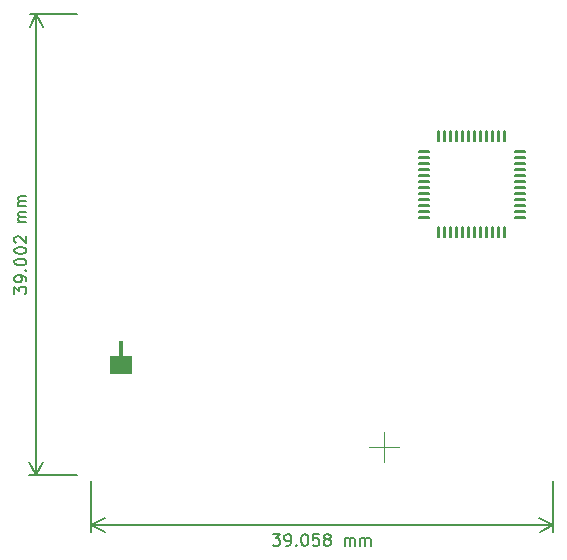
<source format=gbr>
G04 #@! TF.GenerationSoftware,KiCad,Pcbnew,5.1.7-a382d34a8~88~ubuntu18.04.1*
G04 #@! TF.CreationDate,2021-11-19T23:21:26+05:30*
G04 #@! TF.ProjectId,FrontEnd_HeavyDevice_v2,46726f6e-7445-46e6-945f-486561767944,rev?*
G04 #@! TF.SameCoordinates,Original*
G04 #@! TF.FileFunction,OtherDrawing,Comment*
%FSLAX46Y46*%
G04 Gerber Fmt 4.6, Leading zero omitted, Abs format (unit mm)*
G04 Created by KiCad (PCBNEW 5.1.7-a382d34a8~88~ubuntu18.04.1) date 2021-11-19 23:21:26*
%MOMM*%
%LPD*%
G01*
G04 APERTURE LIST*
%ADD10C,0.150000*%
%ADD11C,0.050000*%
%ADD12C,0.010000*%
G04 APERTURE END LIST*
D10*
X111401211Y-123869265D02*
X112020259Y-123869185D01*
X111686975Y-124250181D01*
X111829832Y-124250162D01*
X111925076Y-124297769D01*
X111972702Y-124345382D01*
X112020333Y-124440614D01*
X112020364Y-124678709D01*
X111972757Y-124773953D01*
X111925145Y-124821578D01*
X111829913Y-124869210D01*
X111544198Y-124869247D01*
X111448954Y-124821640D01*
X111401329Y-124774027D01*
X112496579Y-124869123D02*
X112687055Y-124869098D01*
X112782287Y-124821467D01*
X112829900Y-124773842D01*
X112925120Y-124630972D01*
X112972714Y-124440490D01*
X112972664Y-124059537D01*
X112925033Y-123964305D01*
X112877408Y-123916693D01*
X112782163Y-123869086D01*
X112591687Y-123869111D01*
X112496455Y-123916742D01*
X112448843Y-123964367D01*
X112401236Y-124059612D01*
X112401267Y-124297707D01*
X112448898Y-124392939D01*
X112496524Y-124440552D01*
X112591768Y-124488158D01*
X112782244Y-124488133D01*
X112877476Y-124440502D01*
X112925089Y-124392877D01*
X112972695Y-124297633D01*
X113401329Y-124773767D02*
X113448954Y-124821380D01*
X113401341Y-124869005D01*
X113353716Y-124821392D01*
X113401329Y-124773767D01*
X113401341Y-124869005D01*
X114067878Y-123868919D02*
X114163116Y-123868906D01*
X114258360Y-123916513D01*
X114305985Y-123964126D01*
X114353617Y-124059358D01*
X114401261Y-124249828D01*
X114401292Y-124487923D01*
X114353697Y-124678405D01*
X114306091Y-124773650D01*
X114258478Y-124821275D01*
X114163246Y-124868906D01*
X114068008Y-124868919D01*
X113972764Y-124821312D01*
X113925138Y-124773699D01*
X113877507Y-124678467D01*
X113829863Y-124487997D01*
X113829832Y-124249902D01*
X113877426Y-124059420D01*
X113925033Y-123964175D01*
X113972646Y-123916550D01*
X114067878Y-123868919D01*
X115305973Y-123868758D02*
X114829783Y-123868820D01*
X114782225Y-124345016D01*
X114829838Y-124297391D01*
X114925070Y-124249760D01*
X115163165Y-124249729D01*
X115258410Y-124297335D01*
X115306035Y-124344948D01*
X115353666Y-124440180D01*
X115353697Y-124678275D01*
X115306091Y-124773520D01*
X115258478Y-124821145D01*
X115163246Y-124868776D01*
X114925151Y-124868807D01*
X114829906Y-124821200D01*
X114782281Y-124773588D01*
X115925076Y-124297249D02*
X115829832Y-124249642D01*
X115782207Y-124202029D01*
X115734575Y-124106797D01*
X115734569Y-124059178D01*
X115782176Y-123963934D01*
X115829789Y-123916309D01*
X115925021Y-123868677D01*
X116115497Y-123868652D01*
X116210741Y-123916259D01*
X116258366Y-123963872D01*
X116305998Y-124059104D01*
X116306004Y-124106723D01*
X116258397Y-124201967D01*
X116210784Y-124249592D01*
X116115553Y-124297224D01*
X115925076Y-124297249D01*
X115829844Y-124344880D01*
X115782232Y-124392505D01*
X115734625Y-124487749D01*
X115734650Y-124678226D01*
X115782281Y-124773458D01*
X115829906Y-124821070D01*
X115925151Y-124868677D01*
X116115627Y-124868652D01*
X116210859Y-124821021D01*
X116258472Y-124773396D01*
X116306078Y-124678151D01*
X116306053Y-124487675D01*
X116258422Y-124392443D01*
X116210797Y-124344830D01*
X116115553Y-124297224D01*
X117496579Y-124868473D02*
X117496493Y-124201806D01*
X117496505Y-124297044D02*
X117544118Y-124249419D01*
X117639350Y-124201787D01*
X117782207Y-124201769D01*
X117877451Y-124249376D01*
X117925083Y-124344607D01*
X117925151Y-124868417D01*
X117925083Y-124344607D02*
X117972689Y-124249363D01*
X118067921Y-124201732D01*
X118210778Y-124201713D01*
X118306023Y-124249320D01*
X118353654Y-124344552D01*
X118353722Y-124868361D01*
X118829913Y-124868299D02*
X118829826Y-124201633D01*
X118829838Y-124296871D02*
X118877451Y-124249245D01*
X118972683Y-124201614D01*
X119115540Y-124201595D01*
X119210784Y-124249202D01*
X119258416Y-124344434D01*
X119258484Y-124868244D01*
X119258416Y-124344434D02*
X119306023Y-124249190D01*
X119401254Y-124201558D01*
X119544112Y-124201540D01*
X119639356Y-124249146D01*
X119686987Y-124344378D01*
X119687055Y-124868188D01*
X96062800Y-123118880D02*
X135120380Y-123113800D01*
X96062313Y-119377452D02*
X96062876Y-123705301D01*
X135119893Y-119372372D02*
X135120456Y-123700221D01*
X135120380Y-123113800D02*
X133993953Y-123700367D01*
X135120380Y-123113800D02*
X133993800Y-122527526D01*
X96062800Y-123118880D02*
X97189380Y-123705154D01*
X96062800Y-123118880D02*
X97189227Y-122532313D01*
X89535221Y-103549780D02*
X89535785Y-102930732D01*
X89916434Y-103264413D01*
X89916564Y-103121556D01*
X89964270Y-103026361D01*
X90011932Y-102978785D01*
X90107214Y-102931253D01*
X90345309Y-102931470D01*
X90440504Y-102979176D01*
X90488079Y-103026839D01*
X90535611Y-103122120D01*
X90535351Y-103407834D01*
X90487645Y-103503029D01*
X90439983Y-103550605D01*
X90536219Y-102455454D02*
X90536393Y-102264978D01*
X90488861Y-102169696D01*
X90441285Y-102122034D01*
X90298515Y-102026665D01*
X90108082Y-101978873D01*
X89727130Y-101978525D01*
X89631848Y-102026058D01*
X89584186Y-102073633D01*
X89536480Y-102168828D01*
X89536306Y-102359304D01*
X89583839Y-102454585D01*
X89631414Y-102502248D01*
X89726609Y-102549954D01*
X89964704Y-102550171D01*
X90059985Y-102502639D01*
X90107648Y-102455063D01*
X90155354Y-102359868D01*
X90155527Y-102169392D01*
X90107995Y-102074111D01*
X90060420Y-102026448D01*
X89965225Y-101978742D01*
X90441806Y-101550605D02*
X90489468Y-101503030D01*
X90537044Y-101550692D01*
X90489382Y-101598268D01*
X90441806Y-101550605D01*
X90537044Y-101550692D01*
X89537652Y-100883114D02*
X89537739Y-100787876D01*
X89585445Y-100692681D01*
X89633107Y-100645106D01*
X89728389Y-100597574D01*
X89918908Y-100550128D01*
X90157004Y-100550345D01*
X90347436Y-100598138D01*
X90442631Y-100645844D01*
X90490207Y-100693506D01*
X90537739Y-100788788D01*
X90537652Y-100884026D01*
X90489946Y-100979220D01*
X90442284Y-101026796D01*
X90347002Y-101074328D01*
X90156483Y-101121774D01*
X89918387Y-101121557D01*
X89727955Y-101073764D01*
X89632760Y-101026058D01*
X89585185Y-100978396D01*
X89537652Y-100883114D01*
X89538521Y-99930734D02*
X89538608Y-99835495D01*
X89586313Y-99740301D01*
X89633976Y-99692725D01*
X89729257Y-99645193D01*
X89919777Y-99597748D01*
X90157872Y-99597965D01*
X90348305Y-99645757D01*
X90443499Y-99693463D01*
X90491075Y-99741126D01*
X90538607Y-99836407D01*
X90538520Y-99931645D01*
X90490814Y-100026840D01*
X90443152Y-100074416D01*
X90347870Y-100121948D01*
X90157351Y-100169393D01*
X89919256Y-100169176D01*
X89728823Y-100121383D01*
X89633628Y-100073677D01*
X89586053Y-100026015D01*
X89538521Y-99930734D01*
X89634410Y-99216535D02*
X89586834Y-99168873D01*
X89539302Y-99073591D01*
X89539519Y-98835496D01*
X89587225Y-98740301D01*
X89634888Y-98692726D01*
X89730169Y-98645193D01*
X89825407Y-98645280D01*
X89968221Y-98693030D01*
X90539128Y-99264979D01*
X90539693Y-98645932D01*
X90540778Y-97455456D02*
X89874112Y-97454848D01*
X89969350Y-97454935D02*
X89921774Y-97407272D01*
X89874242Y-97311991D01*
X89874372Y-97169134D01*
X89922078Y-97073939D01*
X90017359Y-97026407D01*
X90541169Y-97026885D01*
X90017359Y-97026407D02*
X89922165Y-96978701D01*
X89874633Y-96883420D01*
X89874763Y-96740563D01*
X89922469Y-96645368D01*
X90017750Y-96597836D01*
X90541559Y-96598313D01*
X90541994Y-96122123D02*
X89875327Y-96121515D01*
X89970565Y-96121602D02*
X89922990Y-96073940D01*
X89875457Y-95978658D01*
X89875588Y-95835801D01*
X89923294Y-95740606D01*
X90018575Y-95693074D01*
X90542384Y-95693552D01*
X90018575Y-95693074D02*
X89923380Y-95645368D01*
X89875848Y-95550087D01*
X89875978Y-95407230D01*
X89923684Y-95312035D01*
X90018966Y-95264503D01*
X90542775Y-95264981D01*
X91368880Y-118861840D02*
X91404440Y-79860140D01*
X94833859Y-118864999D02*
X90782460Y-118861305D01*
X94869419Y-79863299D02*
X90818020Y-79859605D01*
X91404440Y-79860140D02*
X91989833Y-80987178D01*
X91404440Y-79860140D02*
X90816992Y-80986109D01*
X91368880Y-118861840D02*
X91956328Y-117735871D01*
X91368880Y-118861840D02*
X90783487Y-117734802D01*
D11*
X120792000Y-117780000D02*
X120792000Y-115240000D01*
X119522000Y-116510000D02*
X122062000Y-116510000D01*
D12*
G36*
X99424100Y-110270000D02*
G01*
X99424100Y-108780000D01*
X98684100Y-108780000D01*
X98684100Y-107530000D01*
X98374100Y-107530000D01*
X98374100Y-108780000D01*
X97634100Y-108780000D01*
X97634100Y-110270000D01*
X99424100Y-110270000D01*
G37*
X99424100Y-110270000D02*
X99424100Y-108780000D01*
X98684100Y-108780000D01*
X98684100Y-107530000D01*
X98374100Y-107530000D01*
X98374100Y-108780000D01*
X97634100Y-108780000D01*
X97634100Y-110270000D01*
X99424100Y-110270000D01*
G36*
X99424100Y-110270000D02*
G01*
X99424100Y-108780000D01*
X98684100Y-108780000D01*
X98684100Y-107530000D01*
X98374100Y-107530000D01*
X98374100Y-108780000D01*
X97634100Y-108780000D01*
X97634100Y-110270000D01*
X99424100Y-110270000D01*
G37*
X99424100Y-110270000D02*
X99424100Y-108780000D01*
X98684100Y-108780000D01*
X98684100Y-107530000D01*
X98374100Y-107530000D01*
X98374100Y-108780000D01*
X97634100Y-108780000D01*
X97634100Y-110270000D01*
X99424100Y-110270000D01*
D10*
X131879000Y-96490200D02*
X131879000Y-96570200D01*
X132729000Y-96570200D01*
X132729000Y-96490200D01*
X131879000Y-96490200D01*
X130994000Y-89755200D02*
X130994000Y-90605200D01*
X131074000Y-90605200D01*
X131074000Y-89755200D01*
X130994000Y-89755200D01*
X130486000Y-89755200D02*
X130486000Y-90605200D01*
X130566000Y-90605200D01*
X130566000Y-89755200D01*
X130486000Y-89755200D01*
X129978000Y-89755200D02*
X129978000Y-90605200D01*
X130058000Y-90605200D01*
X130058000Y-89755200D01*
X129978000Y-89755200D01*
X129470000Y-89755200D02*
X129470000Y-90605200D01*
X129550000Y-90605200D01*
X129550000Y-89755200D01*
X129470000Y-89755200D01*
X128962000Y-89755200D02*
X128962000Y-90605200D01*
X129042000Y-90605200D01*
X129042000Y-89755200D01*
X128962000Y-89755200D01*
X128454000Y-89755200D02*
X128454000Y-90605200D01*
X128534000Y-90605200D01*
X128534000Y-89755200D01*
X128454000Y-89755200D01*
X127946000Y-89755200D02*
X127946000Y-90605200D01*
X128026000Y-90605200D01*
X128026000Y-89755200D01*
X127946000Y-89755200D01*
X127438000Y-89755200D02*
X127438000Y-90605200D01*
X127518000Y-90605200D01*
X127518000Y-89755200D01*
X127438000Y-89755200D01*
X126930000Y-89755200D02*
X126930000Y-90605200D01*
X127010000Y-90605200D01*
X127010000Y-89755200D01*
X126930000Y-89755200D01*
X126422000Y-89755200D02*
X126422000Y-90605200D01*
X126502000Y-90605200D01*
X126502000Y-89755200D01*
X126422000Y-89755200D01*
X125914000Y-89755200D02*
X125914000Y-90605200D01*
X125994000Y-90605200D01*
X125994000Y-89755200D01*
X125914000Y-89755200D01*
X125406000Y-89755200D02*
X125406000Y-90605200D01*
X125486000Y-90605200D01*
X125486000Y-89755200D01*
X125406000Y-89755200D01*
X123751000Y-91410200D02*
X123751000Y-91490200D01*
X124601000Y-91490200D01*
X124601000Y-91410200D01*
X123751000Y-91410200D01*
X123751000Y-91918200D02*
X123751000Y-91998200D01*
X124601000Y-91998200D01*
X124601000Y-91918200D01*
X123751000Y-91918200D01*
X123751000Y-92934200D02*
X123751000Y-93014200D01*
X124601000Y-93014200D01*
X124601000Y-92934200D01*
X123751000Y-92934200D01*
X123751000Y-93442200D02*
X123751000Y-93522200D01*
X124601000Y-93522200D01*
X124601000Y-93442200D01*
X123751000Y-93442200D01*
X123751000Y-93950200D02*
X123751000Y-94030200D01*
X124601000Y-94030200D01*
X124601000Y-93950200D01*
X123751000Y-93950200D01*
X123751000Y-94458200D02*
X123751000Y-94538200D01*
X124601000Y-94538200D01*
X124601000Y-94458200D01*
X123751000Y-94458200D01*
X123751000Y-94966200D02*
X123751000Y-95046200D01*
X124601000Y-95046200D01*
X124601000Y-94966200D01*
X123751000Y-94966200D01*
X123751000Y-95474200D02*
X123751000Y-95554200D01*
X124601000Y-95554200D01*
X124601000Y-95474200D01*
X123751000Y-95474200D01*
X123751000Y-95982200D02*
X123751000Y-96062200D01*
X124601000Y-96062200D01*
X124601000Y-95982200D01*
X123751000Y-95982200D01*
X123751000Y-96490200D02*
X123751000Y-96570200D01*
X124601000Y-96570200D01*
X124601000Y-96490200D01*
X123751000Y-96490200D01*
X123751000Y-96998200D02*
X123751000Y-97078200D01*
X124601000Y-97078200D01*
X124601000Y-96998200D01*
X123751000Y-96998200D01*
X125914000Y-97883200D02*
X125914000Y-98733200D01*
X125994000Y-98733200D01*
X125994000Y-97883200D01*
X125914000Y-97883200D01*
X126422000Y-97883200D02*
X126422000Y-98733200D01*
X126502000Y-98733200D01*
X126502000Y-97883200D01*
X126422000Y-97883200D01*
X126930000Y-97883200D02*
X126930000Y-98733200D01*
X127010000Y-98733200D01*
X127010000Y-97883200D01*
X126930000Y-97883200D01*
X127438000Y-97883200D02*
X127438000Y-98733200D01*
X127518000Y-98733200D01*
X127518000Y-97883200D01*
X127438000Y-97883200D01*
X127946000Y-97883200D02*
X127946000Y-98733200D01*
X128026000Y-98733200D01*
X128026000Y-97883200D01*
X127946000Y-97883200D01*
X128454000Y-97883200D02*
X128454000Y-98733200D01*
X128534000Y-98733200D01*
X128534000Y-97883200D01*
X128454000Y-97883200D01*
X128962000Y-97883200D02*
X128962000Y-98733200D01*
X129042000Y-98733200D01*
X129042000Y-97883200D01*
X128962000Y-97883200D01*
X129470000Y-97883200D02*
X129470000Y-98733200D01*
X129550000Y-98733200D01*
X129550000Y-97883200D01*
X129470000Y-97883200D01*
X129978000Y-97883200D02*
X129978000Y-98733200D01*
X130058000Y-98733200D01*
X130058000Y-97883200D01*
X129978000Y-97883200D01*
X130486000Y-97883200D02*
X130486000Y-98733200D01*
X130566000Y-98733200D01*
X130566000Y-97883200D01*
X130486000Y-97883200D01*
X130994000Y-97883200D02*
X130994000Y-98733200D01*
X131074000Y-98733200D01*
X131074000Y-97883200D01*
X130994000Y-97883200D01*
X131879000Y-96998200D02*
X131879000Y-97078200D01*
X132729000Y-97078200D01*
X132729000Y-96998200D01*
X131879000Y-96998200D01*
X131879000Y-95982200D02*
X131879000Y-96062200D01*
X132729000Y-96062200D01*
X132729000Y-95982200D01*
X131879000Y-95982200D01*
X131879000Y-95474200D02*
X131879000Y-95554200D01*
X132729000Y-95554200D01*
X132729000Y-95474200D01*
X131879000Y-95474200D01*
X131879000Y-94966200D02*
X131879000Y-95046200D01*
X132729000Y-95046200D01*
X132729000Y-94966200D01*
X131879000Y-94966200D01*
X131879000Y-94458200D02*
X131879000Y-94538200D01*
X132729000Y-94538200D01*
X132729000Y-94458200D01*
X131879000Y-94458200D01*
X131879000Y-93950200D02*
X131879000Y-94030200D01*
X132729000Y-94030200D01*
X132729000Y-93950200D01*
X131879000Y-93950200D01*
X131879000Y-93442200D02*
X131879000Y-93522200D01*
X132729000Y-93522200D01*
X132729000Y-93442200D01*
X131879000Y-93442200D01*
X131879000Y-92934200D02*
X131879000Y-93014200D01*
X132729000Y-93014200D01*
X132729000Y-92934200D01*
X131879000Y-92934200D01*
X131879000Y-92426200D02*
X131879000Y-92506200D01*
X132729000Y-92506200D01*
X132729000Y-92426200D01*
X131879000Y-92426200D01*
X131879000Y-91918200D02*
X131879000Y-91998200D01*
X132729000Y-91998200D01*
X132729000Y-91918200D01*
X131879000Y-91918200D01*
X131879000Y-91410200D02*
X131879000Y-91490200D01*
X132729000Y-91490200D01*
X132729000Y-91410200D01*
X131879000Y-91410200D01*
X125406000Y-97883200D02*
X125406000Y-98733200D01*
X125486000Y-98733200D01*
X125486000Y-97883200D01*
X125406000Y-97883200D01*
X123751000Y-92426200D02*
X123751000Y-92506200D01*
X124601000Y-92506200D01*
X124601000Y-92426200D01*
X123751000Y-92426200D01*
M02*

</source>
